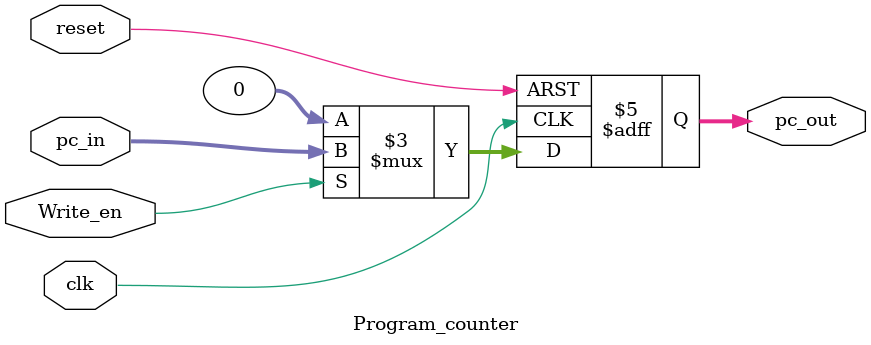
<source format=sv>
module Program_counter (
    input clk,
    input reset,
    input Write_en,
    input [31:0] pc_in,

    output logic [31:0] pc_out 
);

always_ff @(posedge clk or posedge reset) begin
    if(reset)
        pc_out <= 32'h0;
    else begin
        if(Write_en)
            pc_out <= pc_in;
        else 
            pc_out <= 32'h0;
    end
end

endmodule
</source>
